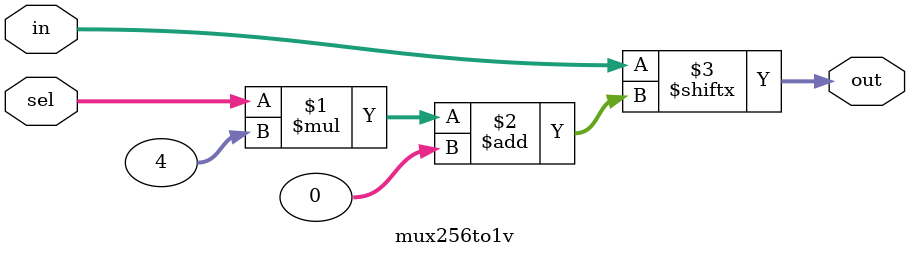
<source format=v>
module mux256to1v( 
    input [1023:0] in,
    input [7:0] sel,
    output [3:0] out );
    
    assign out = in[sel*4 +: 4];
endmodule
</source>
